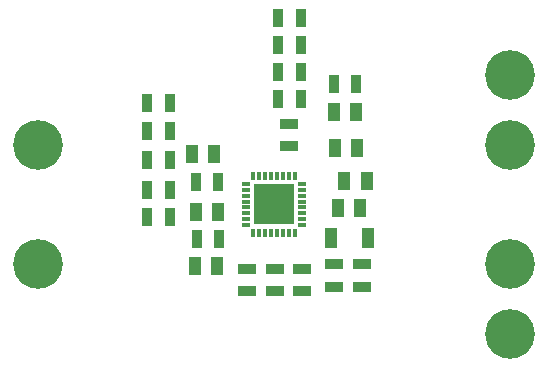
<source format=gbs>
G04*
G04 #@! TF.GenerationSoftware,Altium Limited,Altium Designer,19.1.7 (138)*
G04*
G04 Layer_Color=16711935*
%FSLAX44Y44*%
%MOMM*%
G71*
G01*
G75*
%ADD22C,4.2032*%
%ADD39R,3.4016X3.4016*%
%ADD40R,0.3316X0.7016*%
%ADD41R,0.7016X0.3316*%
%ADD42R,1.5032X0.9032*%
%ADD43R,1.1032X1.5032*%
%ADD44R,1.1032X1.8032*%
%ADD45R,0.9032X1.5032*%
D22*
X450000Y200000D02*
D03*
Y360000D02*
D03*
Y300000D02*
D03*
X50000D02*
D03*
Y200000D02*
D03*
X450000Y140000D02*
D03*
D39*
X250000Y250000D02*
D03*
D40*
X267500Y274000D02*
D03*
X262500D02*
D03*
X257500D02*
D03*
X252500D02*
D03*
X247500D02*
D03*
X242500D02*
D03*
X237500D02*
D03*
X232500D02*
D03*
Y226000D02*
D03*
X237500D02*
D03*
X242500D02*
D03*
X247500D02*
D03*
X252500D02*
D03*
X257500D02*
D03*
X262500D02*
D03*
X267500D02*
D03*
D41*
X226000Y267500D02*
D03*
Y262500D02*
D03*
Y257500D02*
D03*
Y252500D02*
D03*
Y247500D02*
D03*
Y242500D02*
D03*
Y237500D02*
D03*
Y232500D02*
D03*
X274000D02*
D03*
Y237500D02*
D03*
Y242500D02*
D03*
Y247500D02*
D03*
Y252500D02*
D03*
Y257500D02*
D03*
Y262500D02*
D03*
Y267500D02*
D03*
D42*
X227000Y176500D02*
D03*
Y195500D02*
D03*
X251000Y176500D02*
D03*
Y195500D02*
D03*
X274000Y195500D02*
D03*
Y176500D02*
D03*
X301000Y180500D02*
D03*
Y199500D02*
D03*
X324000Y199500D02*
D03*
Y180500D02*
D03*
X263000Y299500D02*
D03*
Y318500D02*
D03*
D43*
X320500Y298000D02*
D03*
X301500D02*
D03*
X323000Y247000D02*
D03*
X304000D02*
D03*
X328500Y270000D02*
D03*
X309500D02*
D03*
X319500Y328000D02*
D03*
X300500D02*
D03*
X183000Y198000D02*
D03*
X202000D02*
D03*
X202500Y244000D02*
D03*
X183500D02*
D03*
X199500Y293000D02*
D03*
X180500D02*
D03*
D44*
X329500Y222000D02*
D03*
X298500D02*
D03*
D45*
X300500Y352000D02*
D03*
X319500D02*
D03*
X272500Y339000D02*
D03*
X253500D02*
D03*
X253500Y362000D02*
D03*
X272500D02*
D03*
X272500Y385000D02*
D03*
X253500D02*
D03*
X253500Y408000D02*
D03*
X272500D02*
D03*
X184500Y221000D02*
D03*
X203500D02*
D03*
X202500Y269000D02*
D03*
X183500D02*
D03*
X161500Y239000D02*
D03*
X142500D02*
D03*
X142500Y262000D02*
D03*
X161500D02*
D03*
X161500Y288000D02*
D03*
X142500D02*
D03*
Y312000D02*
D03*
X161500D02*
D03*
X142500Y336000D02*
D03*
X161500D02*
D03*
M02*

</source>
